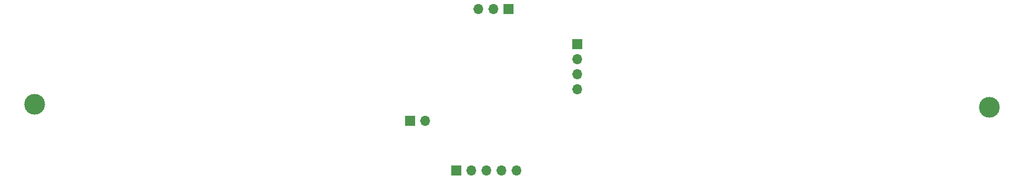
<source format=gbr>
%TF.GenerationSoftware,KiCad,Pcbnew,9.0.1*%
%TF.CreationDate,2025-05-07T21:08:06+02:00*%
%TF.ProjectId,hoofd nieuw V3,686f6f66-6420-46e6-9965-75772056332e,rev?*%
%TF.SameCoordinates,Original*%
%TF.FileFunction,Soldermask,Bot*%
%TF.FilePolarity,Negative*%
%FSLAX46Y46*%
G04 Gerber Fmt 4.6, Leading zero omitted, Abs format (unit mm)*
G04 Created by KiCad (PCBNEW 9.0.1) date 2025-05-07 21:08:06*
%MOMM*%
%LPD*%
G01*
G04 APERTURE LIST*
%ADD10R,1.700000X1.700000*%
%ADD11O,1.700000X1.700000*%
%ADD12C,3.500000*%
G04 APERTURE END LIST*
D10*
%TO.C,J4*%
X132150000Y-33150000D03*
D11*
X129610000Y-33150000D03*
X127070000Y-33150000D03*
%TD*%
D10*
%TO.C,J3*%
X123310000Y-60450000D03*
D11*
X125850000Y-60450000D03*
X128390000Y-60450000D03*
X130930000Y-60450000D03*
X133470000Y-60450000D03*
%TD*%
D10*
%TO.C,J2*%
X115525000Y-52000000D03*
D11*
X118065000Y-52000000D03*
%TD*%
D12*
%TO.C,H1*%
X52250000Y-49250000D03*
%TD*%
%TO.C,H2*%
X213260000Y-49750000D03*
%TD*%
D10*
%TO.C,J1*%
X143750000Y-39060000D03*
D11*
X143750000Y-41600000D03*
X143750000Y-44140000D03*
X143750000Y-46680000D03*
%TD*%
M02*

</source>
